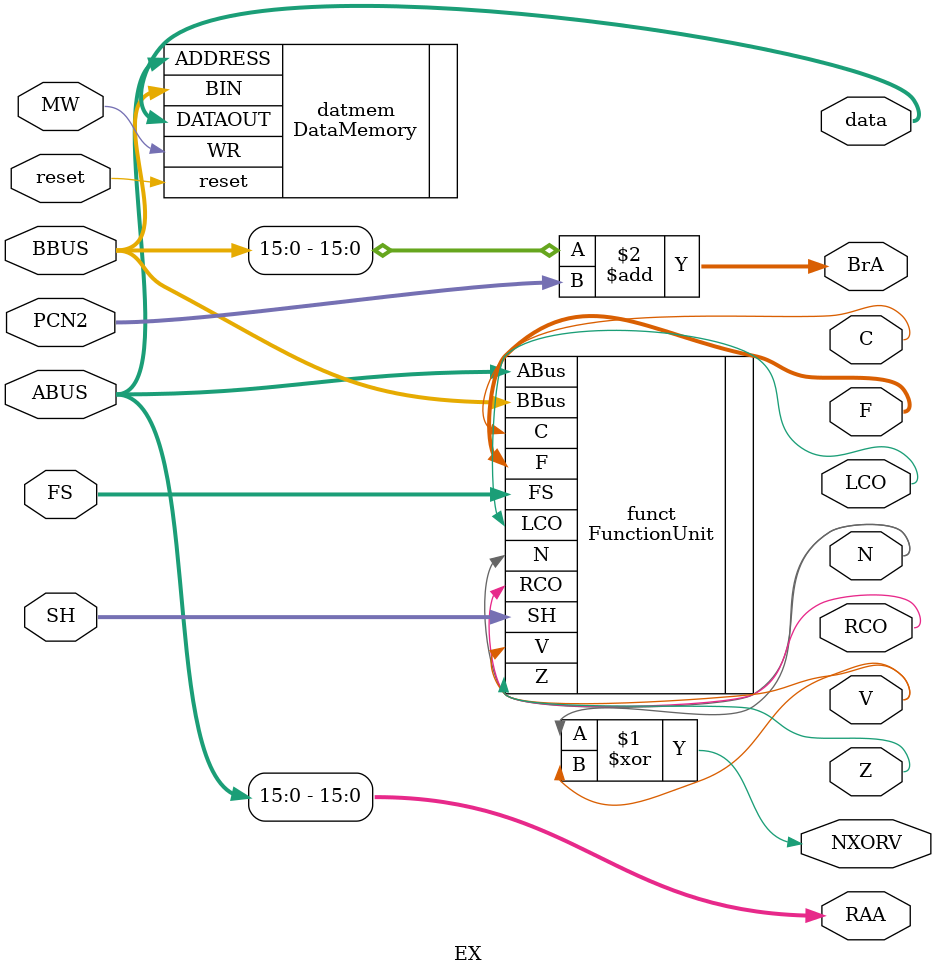
<source format=v>
`timescale 1ns / 1ps


module EX(
    input [31:0] ABUS,
    input [31:0] BBUS,
    input [15:0] PCN2,
    input  reset,
    input        MW,
    input  [4:0] FS,
    input  [4:0] SH,
    output [15:0] RAA,
    output [15:0] BrA,
    output V,
    output C,
    output N,
    output Z,
    output NXORV,
    output LCO, //left shift out
    output RCO, //right shift out
    output [31:0] F,
    output [31:0] data
    );
    assign NXORV = N^V;
    assign BrA = BBUS[15:0]+PCN2;
    assign RAA = ABUS[15:0];
    FunctionUnit funct(.ABus(ABUS),.BBus(BBUS),.FS(FS),.SH(SH),
    .V(V),.C(C),.N(N),.Z(Z),.LCO(LCO),.RCO(RCO),.F(F));
    DataMemory datmem(.ADDRESS(ABUS),.BIN(BBUS),.DATAOUT(data),.WR(MW),.reset(reset));
    
endmodule

</source>
